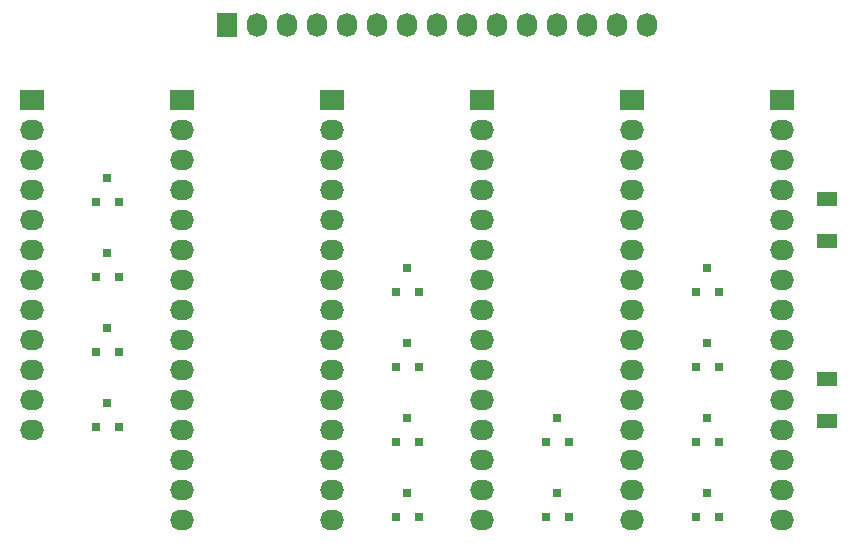
<source format=gts>
G04 #@! TF.FileFunction,Soldermask,Top*
%FSLAX46Y46*%
G04 Gerber Fmt 4.6, Leading zero omitted, Abs format (unit mm)*
G04 Created by KiCad (PCBNEW 4.0.1-3.201512221401+6198~38~ubuntu15.10.1-stable) date Вс. 24 янв. 2016 23:35:29*
%MOMM*%
G01*
G04 APERTURE LIST*
%ADD10C,0.020000*%
%ADD11R,2.032000X1.727200*%
%ADD12O,2.032000X1.727200*%
%ADD13R,0.800100X0.800100*%
%ADD14R,1.699260X1.300480*%
%ADD15R,1.727200X2.032000*%
%ADD16O,1.727200X2.032000*%
G04 APERTURE END LIST*
D10*
D11*
X125730000Y-107950000D03*
D12*
X125730000Y-110490000D03*
X125730000Y-113030000D03*
X125730000Y-115570000D03*
X125730000Y-118110000D03*
X125730000Y-120650000D03*
X125730000Y-123190000D03*
X125730000Y-125730000D03*
X125730000Y-128270000D03*
X125730000Y-130810000D03*
X125730000Y-133350000D03*
X125730000Y-135890000D03*
X125730000Y-138430000D03*
X125730000Y-140970000D03*
X125730000Y-143510000D03*
D11*
X138430000Y-107950000D03*
D12*
X138430000Y-110490000D03*
X138430000Y-113030000D03*
X138430000Y-115570000D03*
X138430000Y-118110000D03*
X138430000Y-120650000D03*
X138430000Y-123190000D03*
X138430000Y-125730000D03*
X138430000Y-128270000D03*
X138430000Y-130810000D03*
X138430000Y-133350000D03*
X138430000Y-135890000D03*
X138430000Y-138430000D03*
X138430000Y-140970000D03*
X138430000Y-143510000D03*
D11*
X100330000Y-107950000D03*
D12*
X100330000Y-110490000D03*
X100330000Y-113030000D03*
X100330000Y-115570000D03*
X100330000Y-118110000D03*
X100330000Y-120650000D03*
X100330000Y-123190000D03*
X100330000Y-125730000D03*
X100330000Y-128270000D03*
X100330000Y-130810000D03*
X100330000Y-133350000D03*
X100330000Y-135890000D03*
X100330000Y-138430000D03*
X100330000Y-140970000D03*
X100330000Y-143510000D03*
D11*
X87630000Y-107950000D03*
D12*
X87630000Y-110490000D03*
X87630000Y-113030000D03*
X87630000Y-115570000D03*
X87630000Y-118110000D03*
X87630000Y-120650000D03*
X87630000Y-123190000D03*
X87630000Y-125730000D03*
X87630000Y-128270000D03*
X87630000Y-130810000D03*
X87630000Y-133350000D03*
X87630000Y-135890000D03*
D11*
X113030000Y-107950000D03*
D12*
X113030000Y-110490000D03*
X113030000Y-113030000D03*
X113030000Y-115570000D03*
X113030000Y-118110000D03*
X113030000Y-120650000D03*
X113030000Y-123190000D03*
X113030000Y-125730000D03*
X113030000Y-128270000D03*
X113030000Y-130810000D03*
X113030000Y-133350000D03*
X113030000Y-135890000D03*
X113030000Y-138430000D03*
X113030000Y-140970000D03*
X113030000Y-143510000D03*
D11*
X151130000Y-107950000D03*
D12*
X151130000Y-110490000D03*
X151130000Y-113030000D03*
X151130000Y-115570000D03*
X151130000Y-118110000D03*
X151130000Y-120650000D03*
X151130000Y-123190000D03*
X151130000Y-125730000D03*
X151130000Y-128270000D03*
X151130000Y-130810000D03*
X151130000Y-133350000D03*
X151130000Y-135890000D03*
X151130000Y-138430000D03*
X151130000Y-140970000D03*
X151130000Y-143510000D03*
D13*
X93030000Y-129270760D03*
X94930000Y-129270760D03*
X93980000Y-127271780D03*
X118430000Y-136890760D03*
X120330000Y-136890760D03*
X119380000Y-134891780D03*
X143830000Y-136890760D03*
X145730000Y-136890760D03*
X144780000Y-134891780D03*
X93030000Y-135620760D03*
X94930000Y-135620760D03*
X93980000Y-133621780D03*
X118430000Y-143240760D03*
X120330000Y-143240760D03*
X119380000Y-141241780D03*
X93030000Y-122920760D03*
X94930000Y-122920760D03*
X93980000Y-120921780D03*
X93030000Y-116570760D03*
X94930000Y-116570760D03*
X93980000Y-114571780D03*
X118430000Y-124190760D03*
X120330000Y-124190760D03*
X119380000Y-122191780D03*
X143830000Y-124190760D03*
X145730000Y-124190760D03*
X144780000Y-122191780D03*
X131130000Y-136890760D03*
X133030000Y-136890760D03*
X132080000Y-134891780D03*
X118430000Y-130540760D03*
X120330000Y-130540760D03*
X119380000Y-128541780D03*
X131130000Y-143240760D03*
X133030000Y-143240760D03*
X132080000Y-141241780D03*
X143830000Y-130540760D03*
X145730000Y-130540760D03*
X144780000Y-128541780D03*
X143830000Y-143240760D03*
X145730000Y-143240760D03*
X144780000Y-141241780D03*
D14*
X154940000Y-116359940D03*
X154940000Y-119860060D03*
X154940000Y-131599940D03*
X154940000Y-135100060D03*
D15*
X104140000Y-101600000D03*
D16*
X106680000Y-101600000D03*
X109220000Y-101600000D03*
X111760000Y-101600000D03*
X114300000Y-101600000D03*
X116840000Y-101600000D03*
X119380000Y-101600000D03*
X121920000Y-101600000D03*
X124460000Y-101600000D03*
X127000000Y-101600000D03*
X129540000Y-101600000D03*
X132080000Y-101600000D03*
X134620000Y-101600000D03*
X137160000Y-101600000D03*
X139700000Y-101600000D03*
M02*

</source>
